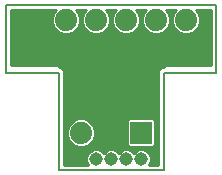
<source format=gbl>
G75*
%MOIN*%
%OFA0B0*%
%FSLAX25Y25*%
%IPPOS*%
%LPD*%
%AMOC8*
5,1,8,0,0,1.08239X$1,22.5*
%
%ADD10C,0.00500*%
%ADD11C,0.04500*%
%ADD12R,0.07400X0.07400*%
%ADD13C,0.07400*%
%ADD14C,0.01000*%
D10*
X0019000Y0005800D02*
X0019000Y0038300D01*
X0001500Y0038300D01*
X0001500Y0060800D01*
X0071500Y0060800D01*
X0071500Y0038300D01*
X0054000Y0038300D01*
X0054000Y0005800D01*
X0019000Y0005800D01*
D11*
X0026500Y0009500D03*
X0031500Y0009500D03*
X0036500Y0009500D03*
X0041500Y0009500D03*
X0046500Y0009500D03*
D12*
X0046500Y0018300D03*
D13*
X0036500Y0018300D03*
X0026500Y0018300D03*
X0021500Y0055800D03*
X0011500Y0055800D03*
X0031500Y0055800D03*
X0041500Y0055800D03*
X0051500Y0055800D03*
X0061500Y0055800D03*
D14*
X0064897Y0059050D02*
X0069750Y0059050D01*
X0069750Y0040800D01*
X0054000Y0040800D01*
X0054000Y0040050D01*
X0053275Y0040050D01*
X0052250Y0039025D01*
X0052250Y0007550D01*
X0049146Y0007550D01*
X0049255Y0007659D01*
X0049750Y0008854D01*
X0049750Y0010146D01*
X0049255Y0011341D01*
X0048341Y0012255D01*
X0047146Y0012750D01*
X0045854Y0012750D01*
X0044659Y0012255D01*
X0044000Y0011596D01*
X0043341Y0012255D01*
X0042146Y0012750D01*
X0040854Y0012750D01*
X0039659Y0012255D01*
X0039000Y0011596D01*
X0038341Y0012255D01*
X0037146Y0012750D01*
X0035854Y0012750D01*
X0034659Y0012255D01*
X0034000Y0011596D01*
X0033341Y0012255D01*
X0032146Y0012750D01*
X0030854Y0012750D01*
X0029659Y0012255D01*
X0028745Y0011341D01*
X0028250Y0010146D01*
X0028250Y0008854D01*
X0028745Y0007659D01*
X0028854Y0007550D01*
X0020750Y0007550D01*
X0020750Y0039025D01*
X0019725Y0040050D01*
X0019000Y0040050D01*
X0019000Y0040800D01*
X0003250Y0040800D01*
X0003250Y0059050D01*
X0018103Y0059050D01*
X0017516Y0058462D01*
X0016800Y0056735D01*
X0016800Y0054865D01*
X0017516Y0053138D01*
X0018838Y0051816D01*
X0020565Y0051100D01*
X0022435Y0051100D01*
X0024162Y0051816D01*
X0025484Y0053138D01*
X0026200Y0054865D01*
X0026200Y0056735D01*
X0025484Y0058462D01*
X0024897Y0059050D01*
X0028103Y0059050D01*
X0027516Y0058462D01*
X0026800Y0056735D01*
X0026800Y0054865D01*
X0027516Y0053138D01*
X0028838Y0051816D01*
X0030565Y0051100D01*
X0032435Y0051100D01*
X0034162Y0051816D01*
X0035484Y0053138D01*
X0036200Y0054865D01*
X0036200Y0056735D01*
X0035484Y0058462D01*
X0034897Y0059050D01*
X0038103Y0059050D01*
X0037516Y0058462D01*
X0036800Y0056735D01*
X0036800Y0054865D01*
X0037516Y0053138D01*
X0038838Y0051816D01*
X0040565Y0051100D01*
X0042435Y0051100D01*
X0044162Y0051816D01*
X0045484Y0053138D01*
X0046200Y0054865D01*
X0046200Y0056735D01*
X0045484Y0058462D01*
X0044897Y0059050D01*
X0048103Y0059050D01*
X0047516Y0058462D01*
X0046800Y0056735D01*
X0046800Y0054865D01*
X0047516Y0053138D01*
X0048838Y0051816D01*
X0050565Y0051100D01*
X0052435Y0051100D01*
X0054162Y0051816D01*
X0055484Y0053138D01*
X0056200Y0054865D01*
X0056200Y0056735D01*
X0055484Y0058462D01*
X0054897Y0059050D01*
X0058103Y0059050D01*
X0057516Y0058462D01*
X0056800Y0056735D01*
X0056800Y0054865D01*
X0057516Y0053138D01*
X0058838Y0051816D01*
X0060565Y0051100D01*
X0062435Y0051100D01*
X0064162Y0051816D01*
X0065484Y0053138D01*
X0066200Y0054865D01*
X0066200Y0056735D01*
X0065484Y0058462D01*
X0064897Y0059050D01*
X0065226Y0058721D02*
X0069750Y0058721D01*
X0069750Y0057723D02*
X0065791Y0057723D01*
X0066200Y0056724D02*
X0069750Y0056724D01*
X0069750Y0055726D02*
X0066200Y0055726D01*
X0066143Y0054727D02*
X0069750Y0054727D01*
X0069750Y0053729D02*
X0065729Y0053729D01*
X0065077Y0052730D02*
X0069750Y0052730D01*
X0069750Y0051732D02*
X0063960Y0051732D01*
X0059040Y0051732D02*
X0053960Y0051732D01*
X0055077Y0052730D02*
X0057923Y0052730D01*
X0057271Y0053729D02*
X0055729Y0053729D01*
X0056143Y0054727D02*
X0056857Y0054727D01*
X0056800Y0055726D02*
X0056200Y0055726D01*
X0056200Y0056724D02*
X0056800Y0056724D01*
X0057209Y0057723D02*
X0055791Y0057723D01*
X0055226Y0058721D02*
X0057774Y0058721D01*
X0049040Y0051732D02*
X0043960Y0051732D01*
X0045077Y0052730D02*
X0047923Y0052730D01*
X0047271Y0053729D02*
X0045729Y0053729D01*
X0046143Y0054727D02*
X0046857Y0054727D01*
X0046800Y0055726D02*
X0046200Y0055726D01*
X0046200Y0056724D02*
X0046800Y0056724D01*
X0047209Y0057723D02*
X0045791Y0057723D01*
X0045226Y0058721D02*
X0047774Y0058721D01*
X0039040Y0051732D02*
X0033960Y0051732D01*
X0035077Y0052730D02*
X0037923Y0052730D01*
X0037271Y0053729D02*
X0035729Y0053729D01*
X0036143Y0054727D02*
X0036857Y0054727D01*
X0036800Y0055726D02*
X0036200Y0055726D01*
X0036200Y0056724D02*
X0036800Y0056724D01*
X0037209Y0057723D02*
X0035791Y0057723D01*
X0035226Y0058721D02*
X0037774Y0058721D01*
X0029040Y0051732D02*
X0023960Y0051732D01*
X0025077Y0052730D02*
X0027923Y0052730D01*
X0027271Y0053729D02*
X0025729Y0053729D01*
X0026143Y0054727D02*
X0026857Y0054727D01*
X0026800Y0055726D02*
X0026200Y0055726D01*
X0026200Y0056724D02*
X0026800Y0056724D01*
X0027209Y0057723D02*
X0025791Y0057723D01*
X0025226Y0058721D02*
X0027774Y0058721D01*
X0019040Y0051732D02*
X0003250Y0051732D01*
X0003250Y0052730D02*
X0017923Y0052730D01*
X0017271Y0053729D02*
X0003250Y0053729D01*
X0003250Y0054727D02*
X0016857Y0054727D01*
X0016800Y0055726D02*
X0003250Y0055726D01*
X0003250Y0056724D02*
X0016800Y0056724D01*
X0017209Y0057723D02*
X0003250Y0057723D01*
X0003250Y0058721D02*
X0017774Y0058721D01*
X0003250Y0050733D02*
X0069750Y0050733D01*
X0069750Y0049734D02*
X0003250Y0049734D01*
X0003250Y0048736D02*
X0069750Y0048736D01*
X0069750Y0047737D02*
X0003250Y0047737D01*
X0003250Y0046739D02*
X0069750Y0046739D01*
X0069750Y0045740D02*
X0003250Y0045740D01*
X0003250Y0044742D02*
X0069750Y0044742D01*
X0069750Y0043743D02*
X0003250Y0043743D01*
X0003250Y0042745D02*
X0069750Y0042745D01*
X0069750Y0041746D02*
X0003250Y0041746D01*
X0019000Y0040748D02*
X0054000Y0040748D01*
X0052975Y0039749D02*
X0020025Y0039749D01*
X0020750Y0038751D02*
X0052250Y0038751D01*
X0052250Y0037752D02*
X0020750Y0037752D01*
X0020750Y0036754D02*
X0052250Y0036754D01*
X0052250Y0035755D02*
X0020750Y0035755D01*
X0020750Y0034757D02*
X0052250Y0034757D01*
X0052250Y0033758D02*
X0020750Y0033758D01*
X0020750Y0032760D02*
X0052250Y0032760D01*
X0052250Y0031761D02*
X0020750Y0031761D01*
X0020750Y0030763D02*
X0052250Y0030763D01*
X0052250Y0029764D02*
X0020750Y0029764D01*
X0020750Y0028766D02*
X0052250Y0028766D01*
X0052250Y0027767D02*
X0020750Y0027767D01*
X0020750Y0026769D02*
X0052250Y0026769D01*
X0052250Y0025770D02*
X0020750Y0025770D01*
X0020750Y0024772D02*
X0052250Y0024772D01*
X0052250Y0023773D02*
X0020750Y0023773D01*
X0020750Y0022775D02*
X0025021Y0022775D01*
X0025565Y0023000D02*
X0023838Y0022284D01*
X0022516Y0020962D01*
X0021800Y0019235D01*
X0021800Y0017365D01*
X0022516Y0015638D01*
X0023838Y0014316D01*
X0025565Y0013600D01*
X0027435Y0013600D01*
X0029162Y0014316D01*
X0030484Y0015638D01*
X0031200Y0017365D01*
X0031200Y0019235D01*
X0030484Y0020962D01*
X0029162Y0022284D01*
X0027435Y0023000D01*
X0025565Y0023000D01*
X0027979Y0022775D02*
X0042160Y0022775D01*
X0042386Y0023000D02*
X0041800Y0022414D01*
X0041800Y0014186D01*
X0042386Y0013600D01*
X0050614Y0013600D01*
X0051200Y0014186D01*
X0051200Y0022414D01*
X0050614Y0023000D01*
X0042386Y0023000D01*
X0041800Y0021776D02*
X0029671Y0021776D01*
X0030561Y0020778D02*
X0041800Y0020778D01*
X0041800Y0019779D02*
X0030975Y0019779D01*
X0031200Y0018781D02*
X0041800Y0018781D01*
X0041800Y0017782D02*
X0031200Y0017782D01*
X0030959Y0016784D02*
X0041800Y0016784D01*
X0041800Y0015785D02*
X0030546Y0015785D01*
X0029633Y0014787D02*
X0041800Y0014787D01*
X0042198Y0013788D02*
X0027889Y0013788D01*
X0029195Y0011791D02*
X0020750Y0011791D01*
X0020750Y0010793D02*
X0028518Y0010793D01*
X0028250Y0009794D02*
X0020750Y0009794D01*
X0020750Y0008796D02*
X0028274Y0008796D01*
X0028688Y0007797D02*
X0020750Y0007797D01*
X0020750Y0012790D02*
X0052250Y0012790D01*
X0052250Y0013788D02*
X0050802Y0013788D01*
X0051200Y0014787D02*
X0052250Y0014787D01*
X0052250Y0015785D02*
X0051200Y0015785D01*
X0051200Y0016784D02*
X0052250Y0016784D01*
X0052250Y0017782D02*
X0051200Y0017782D01*
X0051200Y0018781D02*
X0052250Y0018781D01*
X0052250Y0019779D02*
X0051200Y0019779D01*
X0051200Y0020778D02*
X0052250Y0020778D01*
X0052250Y0021776D02*
X0051200Y0021776D01*
X0050840Y0022775D02*
X0052250Y0022775D01*
X0052250Y0011791D02*
X0048805Y0011791D01*
X0049482Y0010793D02*
X0052250Y0010793D01*
X0052250Y0009794D02*
X0049750Y0009794D01*
X0049726Y0008796D02*
X0052250Y0008796D01*
X0052250Y0007797D02*
X0049312Y0007797D01*
X0044195Y0011791D02*
X0043805Y0011791D01*
X0039195Y0011791D02*
X0038805Y0011791D01*
X0034195Y0011791D02*
X0033805Y0011791D01*
X0025111Y0013788D02*
X0020750Y0013788D01*
X0020750Y0014787D02*
X0023367Y0014787D01*
X0022454Y0015785D02*
X0020750Y0015785D01*
X0020750Y0016784D02*
X0022041Y0016784D01*
X0021800Y0017782D02*
X0020750Y0017782D01*
X0020750Y0018781D02*
X0021800Y0018781D01*
X0022025Y0019779D02*
X0020750Y0019779D01*
X0020750Y0020778D02*
X0022439Y0020778D01*
X0023329Y0021776D02*
X0020750Y0021776D01*
M02*

</source>
